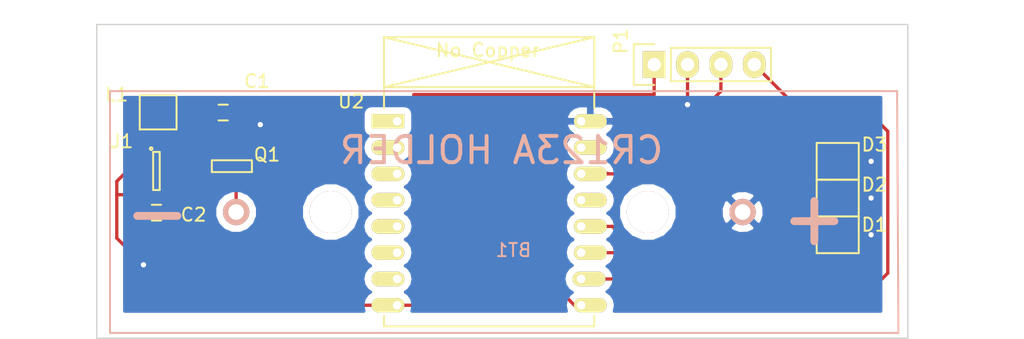
<source format=kicad_pcb>
(kicad_pcb (version 4) (host pcbnew "(2015-06-19 BZR 5795, Git bea46dd)-product")

  (general
    (links 23)
    (no_connects 0)
    (area 141.614619 99.362 218.085667 123.905001)
    (thickness 1.6)
    (drawings 4)
    (tracks 83)
    (zones 0)
    (modules 11)
    (nets 21)
  )

  (page A4)
  (layers
    (0 F.Cu signal)
    (31 B.Cu signal hide)
    (32 B.Adhes user)
    (33 F.Adhes user)
    (34 B.Paste user)
    (35 F.Paste user)
    (36 B.SilkS user)
    (37 F.SilkS user)
    (38 B.Mask user)
    (39 F.Mask user)
    (40 Dwgs.User user)
    (41 Cmts.User user)
    (42 Eco1.User user)
    (43 Eco2.User user)
    (44 Edge.Cuts user)
    (45 Margin user)
    (46 B.CrtYd user)
    (47 F.CrtYd user)
    (48 B.Fab user)
    (49 F.Fab user)
  )

  (setup
    (last_trace_width 0.25)
    (trace_clearance 0.2)
    (zone_clearance 0.508)
    (zone_45_only no)
    (trace_min 0.2)
    (segment_width 0.2)
    (edge_width 0.1)
    (via_size 0.6)
    (via_drill 0.4)
    (via_min_size 0.4)
    (via_min_drill 0.3)
    (uvia_size 0.3)
    (uvia_drill 0.1)
    (uvias_allowed no)
    (uvia_min_size 0.2)
    (uvia_min_drill 0.1)
    (pcb_text_width 0.3)
    (pcb_text_size 1.5 1.5)
    (mod_edge_width 0.15)
    (mod_text_size 1 1)
    (mod_text_width 0.15)
    (pad_size 2.032 1.7272)
    (pad_drill 1.016)
    (pad_to_mask_clearance 0)
    (aux_axis_origin 0 0)
    (grid_origin 186.72 121.315)
    (visible_elements 7FFFFFFF)
    (pcbplotparams
      (layerselection 0x00030_80000001)
      (usegerberextensions false)
      (excludeedgelayer true)
      (linewidth 0.100000)
      (plotframeref false)
      (viasonmask false)
      (mode 1)
      (useauxorigin false)
      (hpglpennumber 1)
      (hpglpenspeed 20)
      (hpglpendiameter 15)
      (hpglpenoverlay 2)
      (psnegative false)
      (psa4output false)
      (plotreference true)
      (plotvalue true)
      (plotinvisibletext false)
      (padsonsilk false)
      (subtractmaskfromsilk false)
      (outputformat 1)
      (mirror false)
      (drillshape 1)
      (scaleselection 1)
      (outputdirectory ""))
  )

  (net 0 "")
  (net 1 "Net-(BT1-Pad1)")
  (net 2 "Net-(BT1-Pad2)")
  (net 3 "Net-(C1-Pad2)")
  (net 4 "Net-(C2-Pad2)")
  (net 5 "Net-(D1-Pad2)")
  (net 6 "Net-(D2-Pad2)")
  (net 7 "Net-(D3-Pad2)")
  (net 8 "Net-(L1-Pad1)")
  (net 9 "Net-(P1-Pad3)")
  (net 10 "Net-(P1-Pad4)")
  (net 11 "Net-(U1-Pad3)")
  (net 12 "Net-(U2-Pad1)")
  (net 13 "Net-(U2-Pad2)")
  (net 14 "Net-(U2-Pad3)")
  (net 15 "Net-(U2-Pad4)")
  (net 16 "Net-(U2-Pad5)")
  (net 17 "Net-(U2-Pad6)")
  (net 18 "Net-(U2-Pad7)")
  (net 19 "Net-(U2-Pad13)")
  (net 20 "Net-(U2-Pad15)")

  (net_class Default "This is the default net class."
    (clearance 0.2)
    (trace_width 0.25)
    (via_dia 0.6)
    (via_drill 0.4)
    (uvia_dia 0.3)
    (uvia_drill 0.1)
    (add_net "Net-(BT1-Pad1)")
    (add_net "Net-(BT1-Pad2)")
    (add_net "Net-(C1-Pad2)")
    (add_net "Net-(C2-Pad2)")
    (add_net "Net-(D1-Pad2)")
    (add_net "Net-(D2-Pad2)")
    (add_net "Net-(D3-Pad2)")
    (add_net "Net-(L1-Pad1)")
    (add_net "Net-(P1-Pad3)")
    (add_net "Net-(P1-Pad4)")
    (add_net "Net-(U1-Pad3)")
    (add_net "Net-(U2-Pad1)")
    (add_net "Net-(U2-Pad13)")
    (add_net "Net-(U2-Pad15)")
    (add_net "Net-(U2-Pad2)")
    (add_net "Net-(U2-Pad3)")
    (add_net "Net-(U2-Pad4)")
    (add_net "Net-(U2-Pad5)")
    (add_net "Net-(U2-Pad6)")
    (add_net "Net-(U2-Pad7)")
  )

  (module una:MPD_6S_2_3A (layer B.Cu) (tedit 55A19110) (tstamp 55A1A625)
    (at 159.735001 114.250001)
    (path /55A14575)
    (fp_text reference BT1 (at 21.1 2.9) (layer B.SilkS)
      (effects (font (size 1 1) (thickness 0.15)) (justify mirror))
    )
    (fp_text value BATT (at 20.8 6.8) (layer B.Fab)
      (effects (font (size 1 1) (thickness 0.15)) (justify mirror))
    )
    (fp_text user "CR123A HOLDER" (at 20.2 -4.7) (layer B.SilkS)
      (effects (font (size 2 2) (thickness 0.3)) (justify mirror))
    )
    (fp_text user - (at -6 0) (layer B.SilkS)
      (effects (font (size 4 4) (thickness 0.6)) (justify mirror))
    )
    (fp_text user + (at 44 0.4) (layer B.SilkS)
      (effects (font (size 4 4) (thickness 0.6)) (justify mirror))
    )
    (fp_line (start -9.6 0.1) (end -9.6 9.2) (layer B.SilkS) (width 0.15))
    (fp_line (start -9.6 9.2) (end 50.4 9.2) (layer B.SilkS) (width 0.15))
    (fp_line (start 50.4 9.2) (end 50.3 -9.2) (layer B.SilkS) (width 0.15))
    (fp_line (start 50.3 -9.2) (end -9.6 -9.2) (layer B.SilkS) (width 0.15))
    (fp_line (start -9.6 -9.2) (end -9.6 0.3) (layer B.SilkS) (width 0.15))
    (pad 1 thru_hole circle (at 0 0) (size 2 2) (drill 1.19) (layers *.Cu *.Mask B.SilkS)
      (net 1 "Net-(BT1-Pad1)"))
    (pad 2 thru_hole circle (at 38.5445 0) (size 2 2) (drill 1.19) (layers *.Cu *.Mask B.SilkS)
      (net 2 "Net-(BT1-Pad2)"))
    (pad "" thru_hole circle (at 7.2009 0) (size 3.2 3.2) (drill 3.2) (layers *.Cu *.Mask B.SilkS))
    (pad "" thru_hole circle (at 31.3309 0) (size 3.2 3.2) (drill 3.2) (layers *.Cu *.Mask B.SilkS))
  )

  (module Capacitors_SMD:C_0603 (layer F.Cu) (tedit 55A1B64C) (tstamp 55A1A631)
    (at 158.75 106.68 180)
    (descr "Capacitor SMD 0603, reflow soldering, AVX (see smccp.pdf)")
    (tags "capacitor 0603")
    (path /55A14BB5)
    (attr smd)
    (fp_text reference C1 (at -2.57 2.383 180) (layer F.SilkS)
      (effects (font (size 1 1) (thickness 0.15)))
    )
    (fp_text value 4.7uF (at -3.586 1.113 180) (layer F.Fab)
      (effects (font (size 1 1) (thickness 0.15)))
    )
    (fp_line (start -1.45 -0.75) (end 1.45 -0.75) (layer F.CrtYd) (width 0.05))
    (fp_line (start -1.45 0.75) (end 1.45 0.75) (layer F.CrtYd) (width 0.05))
    (fp_line (start -1.45 -0.75) (end -1.45 0.75) (layer F.CrtYd) (width 0.05))
    (fp_line (start 1.45 -0.75) (end 1.45 0.75) (layer F.CrtYd) (width 0.05))
    (fp_line (start -0.35 -0.6) (end 0.35 -0.6) (layer F.SilkS) (width 0.15))
    (fp_line (start 0.35 0.6) (end -0.35 0.6) (layer F.SilkS) (width 0.15))
    (pad 1 smd rect (at -0.75 0 180) (size 0.8 0.75) (layers F.Cu F.Paste F.Mask)
      (net 2 "Net-(BT1-Pad2)"))
    (pad 2 smd rect (at 0.75 0 180) (size 0.8 0.75) (layers F.Cu F.Paste F.Mask)
      (net 3 "Net-(C1-Pad2)"))
    (model Capacitors_SMD.3dshapes/C_0603.wrl
      (at (xyz 0 0 0))
      (scale (xyz 1 1 1))
      (rotate (xyz 0 0 0))
    )
  )

  (module Capacitors_SMD:C_0603 (layer F.Cu) (tedit 55A1B635) (tstamp 55A1A63D)
    (at 153.67 114.3)
    (descr "Capacitor SMD 0603, reflow soldering, AVX (see smccp.pdf)")
    (tags "capacitor 0603")
    (path /55A1542C)
    (attr smd)
    (fp_text reference C2 (at 2.824 0.157) (layer F.SilkS)
      (effects (font (size 1 1) (thickness 0.15)))
    )
    (fp_text value 4.7uF (at 2.824 1.681) (layer F.Fab)
      (effects (font (size 1 1) (thickness 0.15)))
    )
    (fp_line (start -1.45 -0.75) (end 1.45 -0.75) (layer F.CrtYd) (width 0.05))
    (fp_line (start -1.45 0.75) (end 1.45 0.75) (layer F.CrtYd) (width 0.05))
    (fp_line (start -1.45 -0.75) (end -1.45 0.75) (layer F.CrtYd) (width 0.05))
    (fp_line (start 1.45 -0.75) (end 1.45 0.75) (layer F.CrtYd) (width 0.05))
    (fp_line (start -0.35 -0.6) (end 0.35 -0.6) (layer F.SilkS) (width 0.15))
    (fp_line (start 0.35 0.6) (end -0.35 0.6) (layer F.SilkS) (width 0.15))
    (pad 1 smd rect (at -0.75 0) (size 0.8 0.75) (layers F.Cu F.Paste F.Mask)
      (net 2 "Net-(BT1-Pad2)"))
    (pad 2 smd rect (at 0.75 0) (size 0.8 0.75) (layers F.Cu F.Paste F.Mask)
      (net 4 "Net-(C2-Pad2)"))
    (model Capacitors_SMD.3dshapes/C_0603.wrl
      (at (xyz 0 0 0))
      (scale (xyz 1 1 1))
      (rotate (xyz 0 0 0))
    )
  )

  (module Pin_Headers:Pin_Header_Straight_1x04 (layer F.Cu) (tedit 55A1B61F) (tstamp 55A1A681)
    (at 191.546 103.027 90)
    (descr "Through hole pin header")
    (tags "pin header")
    (path /55A1662D)
    (fp_text reference P1 (at 1.778 -2.54 90) (layer F.SilkS)
      (effects (font (size 1 1) (thickness 0.15)))
    )
    (fp_text value PROGRAMMING_PORT (at 4.064 5.588 180) (layer F.Fab)
      (effects (font (size 1 1) (thickness 0.15)))
    )
    (fp_line (start -1.75 -1.75) (end -1.75 9.4) (layer F.CrtYd) (width 0.05))
    (fp_line (start 1.75 -1.75) (end 1.75 9.4) (layer F.CrtYd) (width 0.05))
    (fp_line (start -1.75 -1.75) (end 1.75 -1.75) (layer F.CrtYd) (width 0.05))
    (fp_line (start -1.75 9.4) (end 1.75 9.4) (layer F.CrtYd) (width 0.05))
    (fp_line (start -1.27 1.27) (end -1.27 8.89) (layer F.SilkS) (width 0.15))
    (fp_line (start 1.27 1.27) (end 1.27 8.89) (layer F.SilkS) (width 0.15))
    (fp_line (start 1.55 -1.55) (end 1.55 0) (layer F.SilkS) (width 0.15))
    (fp_line (start -1.27 8.89) (end 1.27 8.89) (layer F.SilkS) (width 0.15))
    (fp_line (start 1.27 1.27) (end -1.27 1.27) (layer F.SilkS) (width 0.15))
    (fp_line (start -1.55 0) (end -1.55 -1.55) (layer F.SilkS) (width 0.15))
    (fp_line (start -1.55 -1.55) (end 1.55 -1.55) (layer F.SilkS) (width 0.15))
    (pad 1 thru_hole rect (at 0 0 90) (size 2.032 1.7272) (drill 1.016) (layers *.Cu *.Mask F.SilkS)
      (net 4 "Net-(C2-Pad2)"))
    (pad 2 thru_hole oval (at 0 2.54 90) (size 2.032 1.7272) (drill 1.016) (layers *.Cu *.Mask F.SilkS)
      (net 2 "Net-(BT1-Pad2)"))
    (pad 3 thru_hole oval (at 0 5.08 90) (size 2.032 1.7272) (drill 1.016) (layers *.Cu *.Mask F.SilkS)
      (net 9 "Net-(P1-Pad3)"))
    (pad 4 thru_hole oval (at 0 7.62 90) (size 2.032 1.7272) (drill 1.016) (layers *.Cu *.Mask F.SilkS)
      (net 10 "Net-(P1-Pad4)"))
    (model Pin_Headers.3dshapes/Pin_Header_Straight_1x04.wrl
      (at (xyz 0 -0.15 0))
      (scale (xyz 1 1 1))
      (rotate (xyz 0 0 90))
    )
  )

  (module una:DMP2305U-7 (layer F.Cu) (tedit 55A1B631) (tstamp 55A1A68C)
    (at 159.385 111.76 180)
    (path /55A14962)
    (fp_text reference Q1 (at -2.697 1.875 180) (layer F.SilkS)
      (effects (font (size 1 1) (thickness 0.15)))
    )
    (fp_text value Q_PMOS_DSG (at -3.459 -0.157 180) (layer F.Fab)
      (effects (font (size 1 1) (thickness 0.15)))
    )
    (fp_line (start -1.55 0.55) (end -1.55 1.4) (layer F.SilkS) (width 0.15))
    (fp_line (start -1.55 1.45) (end 1.5 1.45) (layer F.SilkS) (width 0.15))
    (fp_line (start 1.5 1.4) (end 1.5 0.55) (layer F.SilkS) (width 0.15))
    (fp_line (start 1.5 0.55) (end -1.55 0.55) (layer F.SilkS) (width 0.15))
    (pad 1 smd rect (at 0 0 180) (size 0.8 0.9) (layers F.Cu F.Paste F.Mask)
      (net 1 "Net-(BT1-Pad1)"))
    (pad 2 smd rect (at 0.95 2 180) (size 0.8 0.9) (layers F.Cu F.Paste F.Mask)
      (net 3 "Net-(C1-Pad2)"))
    (pad 3 smd rect (at -0.95 2 180) (size 0.8 0.9) (layers F.Cu F.Paste F.Mask)
      (net 2 "Net-(BT1-Pad2)"))
  )

  (module Housings_SOT-23_SOT-143_TSOT-6:SOT-23-6 (layer F.Cu) (tedit 55A1B644) (tstamp 55A1A69B)
    (at 153.67 111.125)
    (descr "6-pin SOT-23 package")
    (tags SOT-23-6)
    (path /55A14FB8)
    (attr smd)
    (fp_text reference U1 (at -2.764 -2.256) (layer F.SilkS)
      (effects (font (size 1 1) (thickness 0.15)))
    )
    (fp_text value AAT1217-3.3 (at -6.828 -0.986) (layer F.Fab)
      (effects (font (size 1 1) (thickness 0.15)))
    )
    (fp_circle (center -0.4 -1.7) (end -0.3 -1.7) (layer F.SilkS) (width 0.15))
    (fp_line (start 0.25 -1.45) (end -0.25 -1.45) (layer F.SilkS) (width 0.15))
    (fp_line (start 0.25 1.45) (end 0.25 -1.45) (layer F.SilkS) (width 0.15))
    (fp_line (start -0.25 1.45) (end 0.25 1.45) (layer F.SilkS) (width 0.15))
    (fp_line (start -0.25 -1.45) (end -0.25 1.45) (layer F.SilkS) (width 0.15))
    (pad 1 smd rect (at -1.1 -0.95) (size 1.06 0.65) (layers F.Cu F.Paste F.Mask)
      (net 8 "Net-(L1-Pad1)"))
    (pad 2 smd rect (at -1.1 0) (size 1.06 0.65) (layers F.Cu F.Paste F.Mask)
      (net 2 "Net-(BT1-Pad2)"))
    (pad 3 smd rect (at -1.1 0.95) (size 1.06 0.65) (layers F.Cu F.Paste F.Mask)
      (net 11 "Net-(U1-Pad3)"))
    (pad 4 smd rect (at 1.1 0.95) (size 1.06 0.65) (layers F.Cu F.Paste F.Mask)
      (net 3 "Net-(C1-Pad2)"))
    (pad 6 smd rect (at 1.1 -0.95) (size 1.06 0.65) (layers F.Cu F.Paste F.Mask)
      (net 3 "Net-(C1-Pad2)"))
    (pad 5 smd rect (at 1.1 0) (size 1.06 0.65) (layers F.Cu F.Paste F.Mask)
      (net 4 "Net-(C2-Pad2)"))
    (model Housings_SOT-23_SOT-143_TSOT-6.3dshapes/SOT-23-6.wrl
      (at (xyz 0 0 0))
      (scale (xyz 1 1 1))
      (rotate (xyz 0 0 0))
    )
  )

  (module ESP8266:ESP-07v2 (layer F.Cu) (tedit 55A1B42E) (tstamp 55A1A6C2)
    (at 171.988 107.345)
    (descr "Module, ESP-8266, ESP-07v2, 16 pad, SMD")
    (tags "Module ESP-8266 ESP8266")
    (path /55A15917)
    (fp_text reference U2 (at -3.5 -1.5) (layer F.SilkS)
      (effects (font (size 1 1) (thickness 0.15)))
    )
    (fp_text value ESP-07 (at 7.25 2.25) (layer F.Fab)
      (effects (font (size 1 1) (thickness 0.15)))
    )
    (fp_line (start -2.25 -0.5) (end -2.25 -6.65) (layer F.CrtYd) (width 0.05))
    (fp_line (start -2.25 -6.65) (end 16.25 -6.65) (layer F.CrtYd) (width 0.05))
    (fp_line (start 16.25 -6.65) (end 16.25 16) (layer F.CrtYd) (width 0.05))
    (fp_line (start 16.25 16) (end -2.25 16) (layer F.CrtYd) (width 0.05))
    (fp_line (start -2.25 16) (end -2.25 -0.5) (layer F.CrtYd) (width 0.05))
    (fp_line (start -1 -6.4) (end 15 -6.4) (layer F.SilkS) (width 0.1524))
    (fp_line (start 15 -6.4) (end 15 -1) (layer F.SilkS) (width 0.1524))
    (fp_line (start -1 -6.4) (end -1 -1) (layer F.SilkS) (width 0.1524))
    (fp_line (start -1 14.8) (end -1 15.6) (layer F.SilkS) (width 0.1524))
    (fp_line (start -1 15.6) (end 15 15.6) (layer F.SilkS) (width 0.1524))
    (fp_line (start 15 15.6) (end 15 14.8) (layer F.SilkS) (width 0.1524))
    (fp_line (start 15 -6.4) (end -1 -2.6) (layer F.SilkS) (width 0.1524))
    (fp_line (start -1 -6.4) (end 15 -2.6) (layer F.SilkS) (width 0.1524))
    (fp_text user "No Copper" (at 6.892 -5.4) (layer F.SilkS)
      (effects (font (size 1 1) (thickness 0.15)))
    )
    (fp_line (start -1.008 -2.6) (end 14.992 -2.6) (layer F.SilkS) (width 0.1524))
    (fp_line (start 15 -6.4) (end 15 15.6) (layer F.Fab) (width 0.05))
    (fp_line (start 15 15.6) (end -1 15.6) (layer F.Fab) (width 0.05))
    (fp_line (start -1.008 15.6) (end -1.008 -6.4) (layer F.Fab) (width 0.05))
    (fp_line (start -1 -6.4) (end 15 -6.4) (layer F.Fab) (width 0.05))
    (pad 1 thru_hole rect (at 0 0) (size 2.5 1.1) (drill 0.65 (offset -0.7 0)) (layers *.Cu *.Mask F.SilkS)
      (net 12 "Net-(U2-Pad1)"))
    (pad 2 thru_hole oval (at 0 2) (size 2.5 1.1) (drill 0.65 (offset -0.7 0)) (layers *.Cu *.Mask F.SilkS)
      (net 13 "Net-(U2-Pad2)"))
    (pad 3 thru_hole oval (at 0 4) (size 2.5 1.1) (drill 0.65 (offset -0.7 0)) (layers *.Cu *.Mask F.SilkS)
      (net 14 "Net-(U2-Pad3)"))
    (pad 4 thru_hole oval (at 0 6) (size 2.5 1.1) (drill 0.65 (offset -0.7 0)) (layers *.Cu *.Mask F.SilkS)
      (net 15 "Net-(U2-Pad4)"))
    (pad 5 thru_hole oval (at 0 8) (size 2.5 1.1) (drill 0.65 (offset -0.7 0)) (layers *.Cu *.Mask F.SilkS)
      (net 16 "Net-(U2-Pad5)"))
    (pad 6 thru_hole oval (at 0 10) (size 2.5 1.1) (drill 0.65 (offset -0.7 0)) (layers *.Cu *.Mask F.SilkS)
      (net 17 "Net-(U2-Pad6)"))
    (pad 7 thru_hole oval (at 0 12) (size 2.5 1.1) (drill 0.65 (offset -0.7 0)) (layers *.Cu *.Mask F.SilkS)
      (net 18 "Net-(U2-Pad7)"))
    (pad 8 thru_hole oval (at 0 14) (size 2.5 1.1) (drill 0.65 (offset -0.7 0)) (layers *.Cu *.Mask F.SilkS)
      (net 4 "Net-(C2-Pad2)"))
    (pad 9 thru_hole oval (at 14 14) (size 2.5 1.1) (drill 0.65 (offset 0.7 0)) (layers *.Cu *.Mask F.SilkS)
      (net 9 "Net-(P1-Pad3)"))
    (pad 10 thru_hole oval (at 14 12) (size 2.5 1.1) (drill 0.65 (offset 0.6 0)) (layers *.Cu *.Mask F.SilkS)
      (net 10 "Net-(P1-Pad4)"))
    (pad 11 thru_hole oval (at 14 10) (size 2.5 1.1) (drill 0.65 (offset 0.7 0)) (layers *.Cu *.Mask F.SilkS)
      (net 5 "Net-(D1-Pad2)"))
    (pad 12 thru_hole oval (at 14 8) (size 2.5 1.1) (drill 0.65 (offset 0.7 0)) (layers *.Cu *.Mask F.SilkS)
      (net 6 "Net-(D2-Pad2)"))
    (pad 13 thru_hole oval (at 14 6) (size 2.5 1.1) (drill 0.65 (offset 0.7 0)) (layers *.Cu *.Mask F.SilkS)
      (net 19 "Net-(U2-Pad13)"))
    (pad 14 thru_hole oval (at 14 4) (size 2.5 1.1) (drill 0.65 (offset 0.7 0)) (layers *.Cu *.Mask F.SilkS)
      (net 7 "Net-(D3-Pad2)"))
    (pad 15 thru_hole oval (at 14 2) (size 2.5 1.1) (drill 0.65 (offset 0.7 0)) (layers *.Cu *.Mask F.SilkS)
      (net 20 "Net-(U2-Pad15)"))
    (pad 16 thru_hole oval (at 14 0) (size 2.5 1.1) (drill 0.65 (offset 0.7 0)) (layers *.Cu *.Mask F.SilkS)
      (net 2 "Net-(BT1-Pad2)"))
    (model ${ESPLIB}/ESP8266.3dshapes/ESP-07v2.wrl
      (at (xyz 0 0 0))
      (scale (xyz 0.3937 0.3937 0.3937))
      (rotate (xyz 0 0 0))
    )
  )

  (module una:VLF3012AT-4R7MR74 (layer F.Cu) (tedit 55A1B648) (tstamp 55A1A66E)
    (at 152.4 107.315)
    (path /55A151D7)
    (fp_text reference L1 (at -1.748 -2.002) (layer F.SilkS)
      (effects (font (size 1 1) (thickness 0.15)))
    )
    (fp_text value 4.7uH (at -3.272 -0.732) (layer F.Fab)
      (effects (font (size 1 1) (thickness 0.15)))
    )
    (fp_line (start 0 0.65) (end 0 -1.95) (layer F.SilkS) (width 0.15))
    (fp_line (start 0 -1.95) (end 2.8 -1.95) (layer F.SilkS) (width 0.15))
    (fp_line (start 2.8 -1.95) (end 2.8 0.65) (layer F.SilkS) (width 0.15))
    (fp_line (start 2.8 0.65) (end 0 0.65) (layer F.SilkS) (width 0.15))
    (pad 1 smd rect (at 0 -0.6) (size 0.65 1.2) (layers F.Cu F.Paste F.Mask)
      (net 8 "Net-(L1-Pad1)"))
    (pad 2 smd rect (at 2.8 -0.6) (size 0.65 1.2) (layers F.Cu F.Paste F.Mask)
      (net 3 "Net-(C1-Pad2)"))
  )

  (module una:EBAY_LED (layer F.Cu) (tedit 55A1B60D) (tstamp 55A1A64A)
    (at 205.516 115.981)
    (path /55A17821)
    (fp_text reference D1 (at 2.794 -0.762) (layer F.SilkS)
      (effects (font (size 1 1) (thickness 0.15)))
    )
    (fp_text value LED_RED (at 9.144 0) (layer F.Fab)
      (effects (font (size 1 1) (thickness 0.15)))
    )
    (fp_line (start -0.05 1.4) (end -1.6 1.4) (layer F.SilkS) (width 0.15))
    (fp_line (start -1.6 1.4) (end -1.6 -1.4) (layer F.SilkS) (width 0.15))
    (fp_line (start -1.6 -1.4) (end 1.6 -1.4) (layer F.SilkS) (width 0.15))
    (fp_line (start 1.6 -1.4) (end 1.6 1.4) (layer F.SilkS) (width 0.15))
    (fp_line (start 1.6 1.4) (end 0 1.4) (layer F.SilkS) (width 0.15))
    (pad 2 smd rect (at -1.05 0) (size 1.4 2.2) (layers F.Cu F.Paste F.Mask)
      (net 5 "Net-(D1-Pad2)"))
    (pad 1 smd rect (at 1.05 0) (size 1.4 2.2) (layers F.Cu F.Paste F.Mask)
      (net 2 "Net-(BT1-Pad2)"))
  )

  (module una:EBAY_LED (layer F.Cu) (tedit 55A1B60A) (tstamp 55A1A657)
    (at 205.516 113.187)
    (path /55A17947)
    (fp_text reference D2 (at 2.794 -1.016) (layer F.SilkS)
      (effects (font (size 1 1) (thickness 0.15)))
    )
    (fp_text value LED_GREEN (at 9.906 -0.254) (layer F.Fab)
      (effects (font (size 1 1) (thickness 0.15)))
    )
    (fp_line (start -0.05 1.4) (end -1.6 1.4) (layer F.SilkS) (width 0.15))
    (fp_line (start -1.6 1.4) (end -1.6 -1.4) (layer F.SilkS) (width 0.15))
    (fp_line (start -1.6 -1.4) (end 1.6 -1.4) (layer F.SilkS) (width 0.15))
    (fp_line (start 1.6 -1.4) (end 1.6 1.4) (layer F.SilkS) (width 0.15))
    (fp_line (start 1.6 1.4) (end 0 1.4) (layer F.SilkS) (width 0.15))
    (pad 2 smd rect (at -1.05 0) (size 1.4 2.2) (layers F.Cu F.Paste F.Mask)
      (net 6 "Net-(D2-Pad2)"))
    (pad 1 smd rect (at 1.05 0) (size 1.4 2.2) (layers F.Cu F.Paste F.Mask)
      (net 2 "Net-(BT1-Pad2)"))
  )

  (module una:EBAY_LED (layer F.Cu) (tedit 55A1B606) (tstamp 55A1A664)
    (at 205.516 110.393)
    (path /55A179C2)
    (fp_text reference D3 (at 2.794 -1.27) (layer F.SilkS)
      (effects (font (size 1 1) (thickness 0.15)))
    )
    (fp_text value LED_BLUE (at 9.398 -0.254) (layer F.Fab)
      (effects (font (size 1 1) (thickness 0.15)))
    )
    (fp_line (start -0.05 1.4) (end -1.6 1.4) (layer F.SilkS) (width 0.15))
    (fp_line (start -1.6 1.4) (end -1.6 -1.4) (layer F.SilkS) (width 0.15))
    (fp_line (start -1.6 -1.4) (end 1.6 -1.4) (layer F.SilkS) (width 0.15))
    (fp_line (start 1.6 -1.4) (end 1.6 1.4) (layer F.SilkS) (width 0.15))
    (fp_line (start 1.6 1.4) (end 0 1.4) (layer F.SilkS) (width 0.15))
    (pad 2 smd rect (at -1.05 0) (size 1.4 2.2) (layers F.Cu F.Paste F.Mask)
      (net 7 "Net-(D3-Pad2)"))
    (pad 1 smd rect (at 1.05 0) (size 1.4 2.2) (layers F.Cu F.Paste F.Mask)
      (net 2 "Net-(BT1-Pad2)"))
  )

  (gr_line (start 149.128 123.855) (end 149.128 99.979) (angle 90) (layer Edge.Cuts) (width 0.1))
  (gr_line (start 210.85 123.855) (end 149.128 123.855) (angle 90) (layer Edge.Cuts) (width 0.1))
  (gr_line (start 210.85 99.979) (end 210.85 123.855) (angle 90) (layer Edge.Cuts) (width 0.1))
  (gr_line (start 149.128 99.979) (end 210.85 99.979) (angle 90) (layer Edge.Cuts) (width 0.1))

  (segment (start 159.735001 114.250001) (end 159.735001 112.110001) (width 0.25) (layer F.Cu) (net 1))
  (segment (start 159.735001 112.110001) (end 159.385 111.76) (width 0.25) (layer F.Cu) (net 1) (tstamp 55A1A942))
  (segment (start 161.574 107.599) (end 161.574 108.521) (width 0.25) (layer F.Cu) (net 2))
  (segment (start 160.655 106.68) (end 161.574 107.599) (width 0.25) (layer F.Cu) (net 2) (tstamp 55A1B603))
  (via (at 161.574 107.599) (size 0.6) (drill 0.4) (layers F.Cu B.Cu) (net 2))
  (segment (start 159.5 106.68) (end 160.655 106.68) (width 0.25) (layer F.Cu) (net 2) (status 400000))
  (segment (start 161.574 108.521) (end 160.335 109.76) (width 0.25) (layer F.Cu) (net 2) (tstamp 55A1B60A) (status 800000))
  (segment (start 194.086 103.027) (end 194.086 106.075) (width 0.25) (layer F.Cu) (net 2))
  (via (at 194.086 106.075) (size 0.6) (drill 0.4) (layers F.Cu B.Cu) (net 2))
  (segment (start 152.92 114.3) (end 152.92 113.169) (width 0.25) (layer F.Cu) (net 2))
  (segment (start 152.684 112.933) (end 150.652 112.933) (width 0.25) (layer F.Cu) (net 2) (tstamp 55A1B3DD))
  (segment (start 152.92 113.169) (end 152.684 112.933) (width 0.25) (layer F.Cu) (net 2) (tstamp 55A1B3D9))
  (segment (start 152.57 111.125) (end 151.444 111.125) (width 0.25) (layer F.Cu) (net 2))
  (via (at 152.684 118.267) (size 0.6) (drill 0.4) (layers F.Cu B.Cu) (net 2))
  (segment (start 150.652 116.235) (end 152.684 118.267) (width 0.25) (layer F.Cu) (net 2) (tstamp 55A1B3CA))
  (segment (start 150.652 111.917) (end 150.652 112.933) (width 0.25) (layer F.Cu) (net 2) (tstamp 55A1B3C4))
  (segment (start 150.652 112.933) (end 150.652 116.235) (width 0.25) (layer F.Cu) (net 2) (tstamp 55A1B3E0))
  (segment (start 151.444 111.125) (end 150.652 111.917) (width 0.25) (layer F.Cu) (net 2) (tstamp 55A1B3BF))
  (segment (start 206.566 115.981) (end 208.056 115.981) (width 0.25) (layer F.Cu) (net 2))
  (via (at 208.056 115.981) (size 0.6) (drill 0.4) (layers F.Cu B.Cu) (net 2))
  (segment (start 206.566 113.187) (end 208.056 113.187) (width 0.25) (layer F.Cu) (net 2))
  (via (at 208.056 113.187) (size 0.6) (drill 0.4) (layers F.Cu B.Cu) (net 2))
  (segment (start 206.566 110.393) (end 208.056 110.393) (width 0.25) (layer F.Cu) (net 2))
  (via (at 208.056 110.393) (size 0.6) (drill 0.4) (layers F.Cu B.Cu) (net 2))
  (segment (start 154.77 110.175) (end 156.845 110.175) (width 0.25) (layer F.Cu) (net 3))
  (segment (start 156.845 110.175) (end 156.845 109.855) (width 0.25) (layer F.Cu) (net 3) (tstamp 55A1A986))
  (segment (start 154.77 112.075) (end 155.26 112.075) (width 0.25) (layer F.Cu) (net 3))
  (segment (start 155.26 112.075) (end 156.845 110.49) (width 0.25) (layer F.Cu) (net 3) (tstamp 55A1A97F))
  (segment (start 156.845 110.49) (end 156.845 109.855) (width 0.25) (layer F.Cu) (net 3) (tstamp 55A1A980))
  (segment (start 156.845 109.855) (end 156.845 107.835) (width 0.25) (layer F.Cu) (net 3) (tstamp 55A1A989))
  (segment (start 156.845 107.835) (end 158 106.68) (width 0.25) (layer F.Cu) (net 3) (tstamp 55A1A982))
  (segment (start 158 106.68) (end 155.235 106.68) (width 0.25) (layer F.Cu) (net 3))
  (segment (start 155.235 106.68) (end 155.2 106.715) (width 0.25) (layer F.Cu) (net 3) (tstamp 55A1A963))
  (segment (start 158 106.68) (end 158 109.325) (width 0.25) (layer F.Cu) (net 3))
  (segment (start 158 109.325) (end 158.435 109.76) (width 0.25) (layer F.Cu) (net 3) (tstamp 55A1A955))
  (segment (start 171.988 121.345) (end 173.228 121.345) (width 0.25) (layer F.Cu) (net 4))
  (segment (start 191.546 105.313) (end 191.546 103.027) (width 0.25) (layer F.Cu) (net 4) (tstamp 55A1B2C3))
  (segment (start 173.258 105.313) (end 191.546 105.313) (width 0.25) (layer F.Cu) (net 4) (tstamp 55A1B2C2))
  (segment (start 173.258 121.315) (end 173.258 105.313) (width 0.25) (layer F.Cu) (net 4) (tstamp 55A1B2C1))
  (segment (start 173.228 121.345) (end 173.258 121.315) (width 0.25) (layer F.Cu) (net 4) (tstamp 55A1B2C0))
  (segment (start 154.42 114.3) (end 154.42 121.527) (width 0.25) (layer F.Cu) (net 4))
  (segment (start 154.602 121.345) (end 171.988 121.345) (width 0.25) (layer F.Cu) (net 4) (tstamp 55A1B2BD))
  (segment (start 154.42 121.527) (end 154.602 121.345) (width 0.25) (layer F.Cu) (net 4) (tstamp 55A1B2BC))
  (segment (start 191.546 103.027) (end 191.546 103.789) (width 0.25) (layer F.Cu) (net 4))
  (segment (start 154.77 111.125) (end 153.67 111.125) (width 0.25) (layer F.Cu) (net 4))
  (segment (start 154.42 113.145) (end 154.42 114.3) (width 0.25) (layer F.Cu) (net 4) (tstamp 55A1A99B))
  (segment (start 154.305 113.03) (end 154.42 113.145) (width 0.25) (layer F.Cu) (net 4) (tstamp 55A1A99A))
  (segment (start 153.67 113.03) (end 154.305 113.03) (width 0.25) (layer F.Cu) (net 4) (tstamp 55A1A999))
  (segment (start 153.67 111.125) (end 153.67 113.03) (width 0.25) (layer F.Cu) (net 4) (tstamp 55A1A998))
  (segment (start 185.988 117.345) (end 203.102 117.345) (width 0.25) (layer F.Cu) (net 5))
  (segment (start 203.102 117.345) (end 204.466 115.981) (width 0.25) (layer F.Cu) (net 5) (tstamp 55A1B31D))
  (segment (start 185.988 115.345) (end 188.37 115.345) (width 0.25) (layer F.Cu) (net 6))
  (segment (start 200.758002 116.894998) (end 204.466 113.187) (width 0.25) (layer F.Cu) (net 6) (tstamp 55A1B325))
  (segment (start 189.919998 116.894998) (end 200.758002 116.894998) (width 0.25) (layer F.Cu) (net 6) (tstamp 55A1B323))
  (segment (start 188.37 115.345) (end 189.919998 116.894998) (width 0.25) (layer F.Cu) (net 6) (tstamp 55A1B321))
  (segment (start 186.72 115.315) (end 187.705 115.315) (width 0.25) (layer F.Cu) (net 6))
  (segment (start 185.988 111.345) (end 192.498 111.345) (width 0.25) (layer F.Cu) (net 7))
  (segment (start 202.722 112.137) (end 204.466 110.393) (width 0.25) (layer F.Cu) (net 7) (tstamp 55A1B334))
  (segment (start 202.722 113.441) (end 202.722 112.137) (width 0.25) (layer F.Cu) (net 7) (tstamp 55A1B332))
  (segment (start 199.928 116.235) (end 202.722 113.441) (width 0.25) (layer F.Cu) (net 7) (tstamp 55A1B330))
  (segment (start 196.118 116.235) (end 199.928 116.235) (width 0.25) (layer F.Cu) (net 7) (tstamp 55A1B32E))
  (segment (start 193.832 113.949) (end 196.118 116.235) (width 0.25) (layer F.Cu) (net 7) (tstamp 55A1B32C))
  (segment (start 193.832 112.679) (end 193.832 113.949) (width 0.25) (layer F.Cu) (net 7) (tstamp 55A1B32A))
  (segment (start 192.498 111.345) (end 193.832 112.679) (width 0.25) (layer F.Cu) (net 7) (tstamp 55A1B329))
  (segment (start 204.466 110.393) (end 204.246 110.393) (width 0.25) (layer F.Cu) (net 7))
  (segment (start 186.72 111.315) (end 188.05 111.315) (width 0.25) (layer F.Cu) (net 7))
  (segment (start 152.4 106.715) (end 152.4 110.005) (width 0.25) (layer F.Cu) (net 8))
  (segment (start 152.4 110.005) (end 152.57 110.175) (width 0.25) (layer F.Cu) (net 8) (tstamp 55A1A978))
  (segment (start 185.988 121.345) (end 185.48 121.345) (width 0.25) (layer F.Cu) (net 9))
  (segment (start 185.48 121.345) (end 184.434 120.299) (width 0.25) (layer F.Cu) (net 9) (tstamp 55A1B2FB))
  (segment (start 184.434 120.299) (end 184.434 106.583) (width 0.25) (layer F.Cu) (net 9) (tstamp 55A1B300))
  (segment (start 184.434 106.583) (end 185.196 105.821) (width 0.25) (layer F.Cu) (net 9) (tstamp 55A1B304))
  (segment (start 185.196 105.821) (end 192.308 105.821) (width 0.25) (layer F.Cu) (net 9) (tstamp 55A1B305))
  (segment (start 192.308 105.821) (end 193.324 106.837) (width 0.25) (layer F.Cu) (net 9) (tstamp 55A1B30A))
  (segment (start 193.324 106.837) (end 194.848 106.837) (width 0.25) (layer F.Cu) (net 9) (tstamp 55A1B30C))
  (segment (start 194.848 106.837) (end 196.626 105.059) (width 0.25) (layer F.Cu) (net 9) (tstamp 55A1B30E))
  (segment (start 196.626 105.059) (end 196.626 103.027) (width 0.25) (layer F.Cu) (net 9) (tstamp 55A1B30F))
  (segment (start 185.988 119.345) (end 208.88 119.345) (width 0.25) (layer F.Cu) (net 10))
  (segment (start 202.468 106.329) (end 199.166 103.027) (width 0.25) (layer F.Cu) (net 10) (tstamp 55A1B319))
  (segment (start 207.548 106.329) (end 202.468 106.329) (width 0.25) (layer F.Cu) (net 10) (tstamp 55A1B317))
  (segment (start 209.326 108.107) (end 207.548 106.329) (width 0.25) (layer F.Cu) (net 10) (tstamp 55A1B315))
  (segment (start 209.326 118.899) (end 209.326 108.107) (width 0.25) (layer F.Cu) (net 10) (tstamp 55A1B314))
  (segment (start 208.88 119.345) (end 209.326 118.899) (width 0.25) (layer F.Cu) (net 10) (tstamp 55A1B313))

  (zone (net 2) (net_name "Net-(BT1-Pad2)") (layer B.Cu) (tstamp 55A1AA2F) (hatch edge 0.508)
    (connect_pads (clearance 0.508))
    (min_thickness 0.254)
    (fill yes (arc_segments 16) (thermal_gap 0.508) (thermal_bridge_width 0.508))
    (polygon
      (pts
        (xy 151.13 105.41) (xy 208.915 105.41) (xy 208.915 121.92) (xy 151.13 121.92)
      )
    )
    (filled_polygon
      (pts
        (xy 208.788 121.793) (xy 208.788 121.793) (xy 188.520816 121.793) (xy 188.609929 121.345) (xy 188.519726 120.89152)
        (xy 188.262851 120.507078) (xy 187.970283 120.311591) (xy 188.162851 120.182922) (xy 188.419726 119.79848) (xy 188.509929 119.345)
        (xy 188.419726 118.89152) (xy 188.162851 118.507078) (xy 187.970283 118.378409) (xy 188.262851 118.182922) (xy 188.519726 117.79848)
        (xy 188.609929 117.345) (xy 188.519726 116.89152) (xy 188.262851 116.507078) (xy 188.020283 116.345) (xy 188.262851 116.182922)
        (xy 188.519726 115.79848) (xy 188.609929 115.345) (xy 188.519726 114.89152) (xy 188.262851 114.507078) (xy 188.020283 114.345)
        (xy 188.262851 114.182922) (xy 188.519726 113.79848) (xy 188.609929 113.345) (xy 188.519726 112.89152) (xy 188.262851 112.507078)
        (xy 188.020283 112.345) (xy 188.262851 112.182922) (xy 188.37531 112.014614) (xy 190.623282 112.014614) (xy 189.801529 112.354156)
        (xy 189.172265 112.982322) (xy 188.83129 113.803482) (xy 188.830514 114.69262) (xy 189.170056 115.514373) (xy 189.798222 116.143637)
        (xy 190.619382 116.484612) (xy 191.50852 116.485388) (xy 192.330273 116.145846) (xy 192.959537 115.51768) (xy 193.300512 114.69652)
        (xy 193.301288 113.807382) (xy 193.082169 113.277074) (xy 197.126969 113.277074) (xy 196.860114 113.375737) (xy 196.633593 113.985462)
        (xy 196.657645 114.635461) (xy 196.860114 115.124265) (xy 197.126969 115.222928) (xy 197.920291 114.429606) (xy 198.279501 114.429606)
        (xy 197.306574 115.402533) (xy 197.405237 115.669388) (xy 198.014962 115.895909) (xy 198.664961 115.871857) (xy 199.153765 115.669388)
        (xy 199.252428 115.402533) (xy 198.279501 114.429606) (xy 197.920291 114.429606) (xy 198.099896 114.250001) (xy 197.126969 113.277074)
        (xy 193.082169 113.277074) (xy 192.961746 112.985629) (xy 192.580876 112.604093) (xy 198.54404 112.604093) (xy 197.894041 112.628145)
        (xy 197.405237 112.830614) (xy 197.306574 113.097469) (xy 198.279501 114.070396) (xy 199.072823 113.277074) (xy 199.432033 113.277074)
        (xy 198.459106 114.250001) (xy 199.432033 115.222928) (xy 199.698888 115.124265) (xy 199.925409 114.51454) (xy 199.901357 113.864541)
        (xy 199.698888 113.375737) (xy 199.432033 113.277074) (xy 199.072823 113.277074) (xy 199.252428 113.097469) (xy 199.153765 112.830614)
        (xy 198.54404 112.604093) (xy 192.580876 112.604093) (xy 192.33358 112.356365) (xy 191.51242 112.01539) (xy 190.623282 112.014614)
        (xy 188.37531 112.014614) (xy 188.519726 111.79848) (xy 188.609929 111.345) (xy 188.519726 110.89152) (xy 188.262851 110.507078)
        (xy 188.020283 110.345) (xy 188.262851 110.182922) (xy 188.519726 109.79848) (xy 188.609929 109.345) (xy 188.519726 108.89152)
        (xy 188.262851 108.507078) (xy 188.016863 108.342715) (xy 188.315724 108.093118) (xy 188.531398 107.681146) (xy 188.531803 107.654744)
        (xy 188.406361 107.472) (xy 186.815 107.472) (xy 186.815 107.492) (xy 186.561 107.492) (xy 186.561 107.472)
        (xy 184.969639 107.472) (xy 184.844197 107.654744) (xy 184.844602 107.681146) (xy 185.060276 108.093118) (xy 185.359137 108.342715)
        (xy 185.113149 108.507078) (xy 184.856274 108.89152) (xy 184.766071 109.345) (xy 184.856274 109.79848) (xy 185.113149 110.182922)
        (xy 185.355717 110.345) (xy 185.113149 110.507078) (xy 184.856274 110.89152) (xy 184.766071 111.345) (xy 184.856274 111.79848)
        (xy 185.113149 112.182922) (xy 185.355717 112.345) (xy 185.113149 112.507078) (xy 184.856274 112.89152) (xy 184.766071 113.345)
        (xy 184.856274 113.79848) (xy 185.113149 114.182922) (xy 185.355717 114.345) (xy 185.113149 114.507078) (xy 184.856274 114.89152)
        (xy 184.766071 115.345) (xy 184.856274 115.79848) (xy 185.113149 116.182922) (xy 185.355717 116.345) (xy 185.113149 116.507078)
        (xy 184.856274 116.89152) (xy 184.766071 117.345) (xy 184.856274 117.79848) (xy 185.113149 118.182922) (xy 185.305717 118.311591)
        (xy 185.013149 118.507078) (xy 184.756274 118.89152) (xy 184.666071 119.345) (xy 184.756274 119.79848) (xy 185.013149 120.182922)
        (xy 185.305717 120.378409) (xy 185.113149 120.507078) (xy 184.856274 120.89152) (xy 184.766071 121.345) (xy 184.855184 121.793)
        (xy 173.120816 121.793) (xy 173.209929 121.345) (xy 173.119726 120.89152) (xy 172.862851 120.507078) (xy 172.620283 120.345)
        (xy 172.862851 120.182922) (xy 173.119726 119.79848) (xy 173.209929 119.345) (xy 173.119726 118.89152) (xy 172.862851 118.507078)
        (xy 172.620283 118.345) (xy 172.862851 118.182922) (xy 173.119726 117.79848) (xy 173.209929 117.345) (xy 173.119726 116.89152)
        (xy 172.862851 116.507078) (xy 172.620283 116.345) (xy 172.862851 116.182922) (xy 173.119726 115.79848) (xy 173.209929 115.345)
        (xy 173.119726 114.89152) (xy 172.862851 114.507078) (xy 172.620283 114.345) (xy 172.862851 114.182922) (xy 173.119726 113.79848)
        (xy 173.209929 113.345) (xy 173.119726 112.89152) (xy 172.862851 112.507078) (xy 172.620283 112.345) (xy 172.862851 112.182922)
        (xy 173.119726 111.79848) (xy 173.209929 111.345) (xy 173.119726 110.89152) (xy 172.862851 110.507078) (xy 172.620283 110.345)
        (xy 172.862851 110.182922) (xy 173.119726 109.79848) (xy 173.209929 109.345) (xy 173.119726 108.89152) (xy 172.862851 108.507078)
        (xy 172.813074 108.473818) (xy 172.992927 108.355673) (xy 173.135377 108.14464) (xy 173.18544 107.895) (xy 173.18544 106.795)
        (xy 173.138463 106.552877) (xy 172.998673 106.340073) (xy 172.78764 106.197623) (xy 172.600033 106.16) (xy 185.861 106.16)
        (xy 185.417187 106.298804) (xy 185.060276 106.596882) (xy 184.844602 107.008854) (xy 184.844197 107.035256) (xy 184.969639 107.218)
        (xy 186.561 107.218) (xy 186.561 106.16) (xy 186.815 106.16) (xy 186.815 107.218) (xy 188.406361 107.218)
        (xy 188.531803 107.035256) (xy 188.531398 107.008854) (xy 188.315724 106.596882) (xy 187.958813 106.298804) (xy 187.515 106.16)
        (xy 186.815 106.16) (xy 186.561 106.16) (xy 186.561 106.16) (xy 185.861 106.16) (xy 172.600033 106.16)
        (xy 172.538 106.14756) (xy 170.038 106.14756) (xy 169.795877 106.194537) (xy 169.583073 106.334327) (xy 169.440623 106.54536)
        (xy 169.39056 106.795) (xy 169.39056 107.895) (xy 169.437537 108.137123) (xy 169.577327 108.349927) (xy 169.761891 108.47451)
        (xy 169.713149 108.507078) (xy 169.456274 108.89152) (xy 169.366071 109.345) (xy 169.456274 109.79848) (xy 169.713149 110.182922)
        (xy 169.955717 110.345) (xy 169.713149 110.507078) (xy 169.456274 110.89152) (xy 169.366071 111.345) (xy 169.456274 111.79848)
        (xy 169.713149 112.182922) (xy 169.955717 112.345) (xy 169.713149 112.507078) (xy 169.456274 112.89152) (xy 169.366071 113.345)
        (xy 169.456274 113.79848) (xy 169.713149 114.182922) (xy 169.955717 114.345) (xy 169.713149 114.507078) (xy 169.456274 114.89152)
        (xy 169.366071 115.345) (xy 169.456274 115.79848) (xy 169.713149 116.182922) (xy 169.955717 116.345) (xy 169.713149 116.507078)
        (xy 169.456274 116.89152) (xy 169.366071 117.345) (xy 169.456274 117.79848) (xy 169.713149 118.182922) (xy 169.955717 118.345)
        (xy 169.713149 118.507078) (xy 169.456274 118.89152) (xy 169.366071 119.345) (xy 169.456274 119.79848) (xy 169.713149 120.182922)
        (xy 169.955717 120.345) (xy 169.713149 120.507078) (xy 169.456274 120.89152) (xy 169.366071 121.345) (xy 169.455184 121.793)
        (xy 151.257 121.793) (xy 151.257 112.614717) (xy 159.411206 112.614717) (xy 158.810058 112.863107) (xy 158.349723 113.322638)
        (xy 158.100285 113.923353) (xy 158.099717 114.573796) (xy 158.348107 115.174944) (xy 158.807638 115.635279) (xy 159.408353 115.884717)
        (xy 160.058796 115.885285) (xy 160.659944 115.636895) (xy 161.120279 115.177364) (xy 161.369717 114.576649) (xy 161.370285 113.926206)
        (xy 161.121895 113.325058) (xy 160.662364 112.864723) (xy 160.061649 112.615285) (xy 159.411206 112.614717) (xy 151.257 112.614717)
        (xy 151.257 112.014614) (xy 166.493282 112.014614) (xy 165.671529 112.354156) (xy 165.042265 112.982322) (xy 164.70129 113.803482)
        (xy 164.700514 114.69262) (xy 165.040056 115.514373) (xy 165.668222 116.143637) (xy 166.489382 116.484612) (xy 167.37852 116.485388)
        (xy 168.200273 116.145846) (xy 168.829537 115.51768) (xy 169.170512 114.69652) (xy 169.171288 113.807382) (xy 168.831746 112.985629)
        (xy 168.20358 112.356365) (xy 167.38242 112.01539) (xy 166.493282 112.014614) (xy 151.257 112.014614) (xy 151.257 105.537)
        (xy 208.788 105.537) (xy 208.788 121.793)
      )
    )
  )
)

</source>
